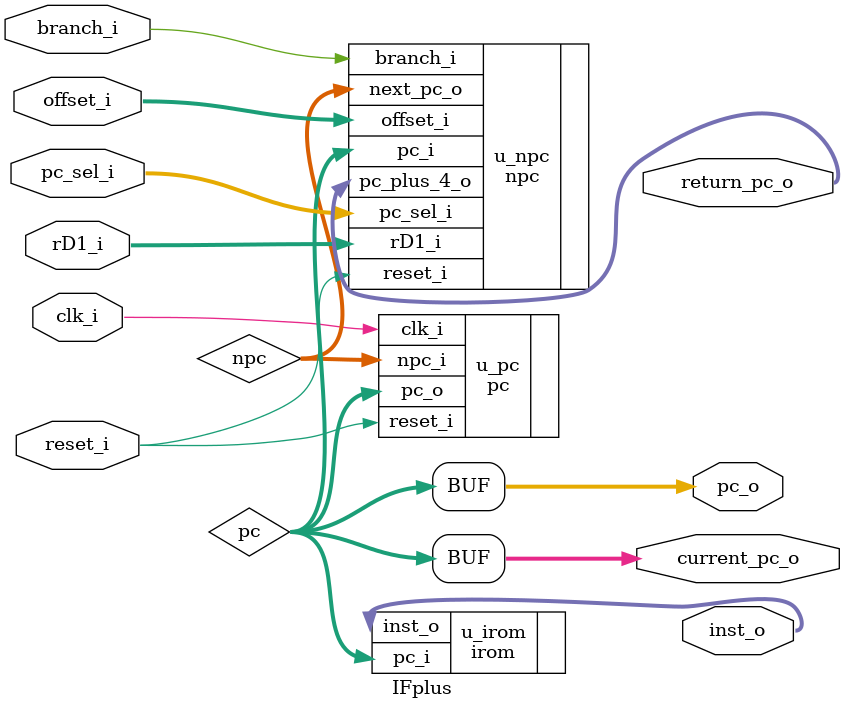
<source format=v>
`timescale 1ns / 1ps
module IFplus
(
    input         clk_i,
    input         reset_i,
    input   [1:0] pc_sel_i,
    input  [31:0] offset_i,
    input  [31:0] rD1_i,
    input         branch_i,
    output [31:0] inst_o,
    output [31:0] return_pc_o,
    output [31:0] current_pc_o,     // ÓÃÓÚauipc
    output [31:0] pc_o
);
    wire [31:0] npc;
    wire [31:0] pc;
    assign pc_o = pc;
    assign current_pc_o = pc;
    pc u_pc(
        .npc_i  (npc),
        .clk_i  (clk_i),
        .reset_i(reset_i),
        .pc_o   (pc)
    );
    npc u_npc(
        .reset_i    (reset_i),
        .pc_sel_i   (pc_sel_i),
        .pc_i       (pc),
        .offset_i   (offset_i),
        .rD1_i      (rD1_i),
        .branch_i   (branch_i),
        .next_pc_o  (npc),
        .pc_plus_4_o(return_pc_o)
    );
    irom u_irom(
        .pc_i  (pc),
        .inst_o(inst_o)
    );
endmodule
</source>
